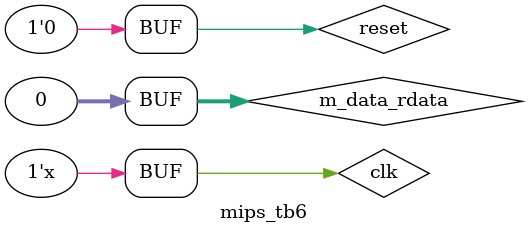
<source format=v>
`timescale 1ns / 1ps


module mips_tb6;

	// Inputs
	reg clk;
	reg reset;
	wire [31:0] i_inst_rdata;
	reg [31:0] m_data_rdata;

	// Outputs
	wire [31:0] i_inst_addr;
	wire [31:0] m_data_addr;
	wire [31:0] m_data_wdata;
	wire [3:0] m_data_byteen;
	wire [31:0] m_inst_addr;
	wire w_grf_we;
	wire [4:0] w_grf_addr;
	wire [31:0] w_grf_wdata;
	wire [31:0] w_inst_addr;

	// Instantiate the Unit Under Test (UUT)
	mips uut (
		.clk(clk), 
		.reset(reset), 
		.i_inst_rdata(i_inst_rdata), 
		.m_data_rdata(m_data_rdata), 
		.i_inst_addr(i_inst_addr), 
		.m_data_addr(m_data_addr), 
		.m_data_wdata(m_data_wdata), 
		.m_data_byteen(m_data_byteen), 
		.m_inst_addr(m_inst_addr), 
		.w_grf_we(w_grf_we), 
		.w_grf_addr(w_grf_addr), 
		.w_grf_wdata(w_grf_wdata), 
		.w_inst_addr(w_inst_addr)
	);

	IM uim (
		.pc(i_inst_addr),
		.instr(i_inst_rdata)
	);

	initial begin
		// Initialize Inputs
		clk = 0;
		reset = 1;
		// i_inst_rdata = 0;
		m_data_rdata = 0;
		#20 reset = 0;

		// Wait 100 ns for global reset to finish
		#100;
        
		// Add stimulus here

	end

	always #1 clk = ~clk;
      
endmodule


</source>
